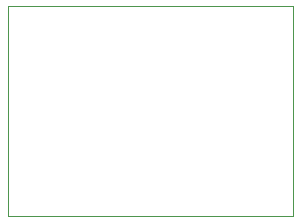
<source format=gbr>
%TF.GenerationSoftware,KiCad,Pcbnew,(6.0.9)*%
%TF.CreationDate,2023-01-23T14:00:59+05:30*%
%TF.ProjectId,simpleLED,73696d70-6c65-44c4-9544-2e6b69636164,rev?*%
%TF.SameCoordinates,Original*%
%TF.FileFunction,Profile,NP*%
%FSLAX46Y46*%
G04 Gerber Fmt 4.6, Leading zero omitted, Abs format (unit mm)*
G04 Created by KiCad (PCBNEW (6.0.9)) date 2023-01-23 14:00:59*
%MOMM*%
%LPD*%
G01*
G04 APERTURE LIST*
%TA.AperFunction,Profile*%
%ADD10C,0.100000*%
%TD*%
G04 APERTURE END LIST*
D10*
X120650000Y-80010000D02*
X144780000Y-80010000D01*
X144780000Y-80010000D02*
X144780000Y-97790000D01*
X144780000Y-97790000D02*
X120650000Y-97790000D01*
X120650000Y-97790000D02*
X120650000Y-80010000D01*
M02*

</source>
